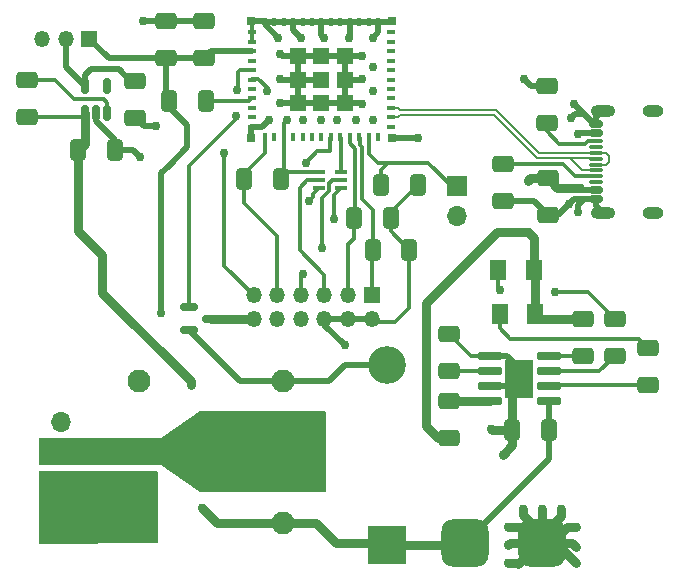
<source format=gtl>
G04 #@! TF.GenerationSoftware,KiCad,Pcbnew,8.0.8*
G04 #@! TF.CreationDate,2025-07-04T19:36:45+02:00*
G04 #@! TF.ProjectId,LaunchControl,4c61756e-6368-4436-9f6e-74726f6c2e6b,rev?*
G04 #@! TF.SameCoordinates,Original*
G04 #@! TF.FileFunction,Copper,L1,Top*
G04 #@! TF.FilePolarity,Positive*
%FSLAX46Y46*%
G04 Gerber Fmt 4.6, Leading zero omitted, Abs format (unit mm)*
G04 Created by KiCad (PCBNEW 8.0.8) date 2025-07-04 19:36:45*
%MOMM*%
%LPD*%
G01*
G04 APERTURE LIST*
G04 Aperture macros list*
%AMRoundRect*
0 Rectangle with rounded corners*
0 $1 Rounding radius*
0 $2 $3 $4 $5 $6 $7 $8 $9 X,Y pos of 4 corners*
0 Add a 4 corners polygon primitive as box body*
4,1,4,$2,$3,$4,$5,$6,$7,$8,$9,$2,$3,0*
0 Add four circle primitives for the rounded corners*
1,1,$1+$1,$2,$3*
1,1,$1+$1,$4,$5*
1,1,$1+$1,$6,$7*
1,1,$1+$1,$8,$9*
0 Add four rect primitives between the rounded corners*
20,1,$1+$1,$2,$3,$4,$5,0*
20,1,$1+$1,$4,$5,$6,$7,0*
20,1,$1+$1,$6,$7,$8,$9,0*
20,1,$1+$1,$8,$9,$2,$3,0*%
G04 Aperture macros list end*
G04 #@! TA.AperFunction,SMDPad,CuDef*
%ADD10RoundRect,0.250000X-0.650000X0.412500X-0.650000X-0.412500X0.650000X-0.412500X0.650000X0.412500X0*%
G04 #@! TD*
G04 #@! TA.AperFunction,SMDPad,CuDef*
%ADD11RoundRect,0.150000X0.425000X-0.150000X0.425000X0.150000X-0.425000X0.150000X-0.425000X-0.150000X0*%
G04 #@! TD*
G04 #@! TA.AperFunction,SMDPad,CuDef*
%ADD12RoundRect,0.075000X0.500000X-0.075000X0.500000X0.075000X-0.500000X0.075000X-0.500000X-0.075000X0*%
G04 #@! TD*
G04 #@! TA.AperFunction,HeatsinkPad*
%ADD13O,2.100000X1.000000*%
G04 #@! TD*
G04 #@! TA.AperFunction,HeatsinkPad*
%ADD14O,1.800000X1.000000*%
G04 #@! TD*
G04 #@! TA.AperFunction,SMDPad,CuDef*
%ADD15RoundRect,0.075000X-0.910000X-0.225000X0.910000X-0.225000X0.910000X0.225000X-0.910000X0.225000X0*%
G04 #@! TD*
G04 #@! TA.AperFunction,SMDPad,CuDef*
%ADD16R,2.413000X3.302000*%
G04 #@! TD*
G04 #@! TA.AperFunction,ComponentPad*
%ADD17R,1.350000X1.350000*%
G04 #@! TD*
G04 #@! TA.AperFunction,ComponentPad*
%ADD18O,1.350000X1.350000*%
G04 #@! TD*
G04 #@! TA.AperFunction,ComponentPad*
%ADD19C,1.950000*%
G04 #@! TD*
G04 #@! TA.AperFunction,SMDPad,CuDef*
%ADD20RoundRect,0.250001X-0.462499X-0.624999X0.462499X-0.624999X0.462499X0.624999X-0.462499X0.624999X0*%
G04 #@! TD*
G04 #@! TA.AperFunction,SMDPad,CuDef*
%ADD21RoundRect,0.250000X-0.412500X-0.650000X0.412500X-0.650000X0.412500X0.650000X-0.412500X0.650000X0*%
G04 #@! TD*
G04 #@! TA.AperFunction,ComponentPad*
%ADD22R,3.200000X3.200000*%
G04 #@! TD*
G04 #@! TA.AperFunction,ComponentPad*
%ADD23O,3.200000X3.200000*%
G04 #@! TD*
G04 #@! TA.AperFunction,SMDPad,CuDef*
%ADD24RoundRect,0.150000X-0.587500X-0.150000X0.587500X-0.150000X0.587500X0.150000X-0.587500X0.150000X0*%
G04 #@! TD*
G04 #@! TA.AperFunction,SMDPad,CuDef*
%ADD25R,1.000000X0.400000*%
G04 #@! TD*
G04 #@! TA.AperFunction,SMDPad,CuDef*
%ADD26RoundRect,0.250000X0.650000X-0.412500X0.650000X0.412500X-0.650000X0.412500X-0.650000X-0.412500X0*%
G04 #@! TD*
G04 #@! TA.AperFunction,ComponentPad*
%ADD27R,1.700000X1.700000*%
G04 #@! TD*
G04 #@! TA.AperFunction,ComponentPad*
%ADD28O,1.700000X1.700000*%
G04 #@! TD*
G04 #@! TA.AperFunction,SMDPad,CuDef*
%ADD29R,0.800000X0.400000*%
G04 #@! TD*
G04 #@! TA.AperFunction,SMDPad,CuDef*
%ADD30R,0.400000X0.800000*%
G04 #@! TD*
G04 #@! TA.AperFunction,SMDPad,CuDef*
%ADD31R,1.450000X1.450000*%
G04 #@! TD*
G04 #@! TA.AperFunction,SMDPad,CuDef*
%ADD32R,0.700000X0.700000*%
G04 #@! TD*
G04 #@! TA.AperFunction,SMDPad,CuDef*
%ADD33RoundRect,0.250000X0.412500X0.650000X-0.412500X0.650000X-0.412500X-0.650000X0.412500X-0.650000X0*%
G04 #@! TD*
G04 #@! TA.AperFunction,SMDPad,CuDef*
%ADD34RoundRect,1.000000X-1.000000X1.000000X-1.000000X-1.000000X1.000000X-1.000000X1.000000X1.000000X0*%
G04 #@! TD*
G04 #@! TA.AperFunction,SMDPad,CuDef*
%ADD35RoundRect,0.150000X0.150000X-0.512500X0.150000X0.512500X-0.150000X0.512500X-0.150000X-0.512500X0*%
G04 #@! TD*
G04 #@! TA.AperFunction,ViaPad*
%ADD36C,0.762000*%
G04 #@! TD*
G04 #@! TA.AperFunction,Conductor*
%ADD37C,0.500000*%
G04 #@! TD*
G04 #@! TA.AperFunction,Conductor*
%ADD38C,0.800000*%
G04 #@! TD*
G04 #@! TA.AperFunction,Conductor*
%ADD39C,0.300000*%
G04 #@! TD*
G04 #@! TA.AperFunction,Conductor*
%ADD40C,0.203200*%
G04 #@! TD*
G04 APERTURE END LIST*
D10*
G04 #@! TO.P,R6,1*
G04 #@! TO.N,GND*
X149025000Y-67495000D03*
G04 #@! TO.P,R6,2*
G04 #@! TO.N,Net-(U2-PROG)*
X149025000Y-70620000D03*
G04 #@! TD*
D11*
G04 #@! TO.P,J6,A1,GND*
G04 #@! TO.N,GND*
X161520000Y-56100000D03*
G04 #@! TO.P,J6,A4,VBUS*
G04 #@! TO.N,+5V*
X161520000Y-55300000D03*
D12*
G04 #@! TO.P,J6,A5,CC1*
G04 #@! TO.N,Net-(J6-CC1)*
X161520001Y-54150000D03*
G04 #@! TO.P,J6,A6,D+*
G04 #@! TO.N,/USB_DP*
X161520000Y-53150000D03*
G04 #@! TO.P,J6,A7,D-*
G04 #@! TO.N,/USB_DN*
X161520000Y-52650000D03*
G04 #@! TO.P,J6,A8,SBU1*
G04 #@! TO.N,unconnected-(J6-SBU1-PadA8)*
X161520001Y-51650000D03*
D11*
G04 #@! TO.P,J6,A9,VBUS*
G04 #@! TO.N,+5V*
X161520000Y-50500000D03*
G04 #@! TO.P,J6,A12,GND*
G04 #@! TO.N,GND*
X161520000Y-49700000D03*
G04 #@! TO.P,J6,B1,GND*
X161520000Y-49700000D03*
G04 #@! TO.P,J6,B4,VBUS*
G04 #@! TO.N,+5V*
X161520000Y-50500000D03*
D12*
G04 #@! TO.P,J6,B5,CC2*
G04 #@! TO.N,Net-(J6-CC2)*
X161520000Y-51150000D03*
G04 #@! TO.P,J6,B6,D+*
G04 #@! TO.N,/USB_DP*
X161520000Y-52150000D03*
G04 #@! TO.P,J6,B7,D-*
G04 #@! TO.N,/USB_DN*
X161520000Y-53650000D03*
G04 #@! TO.P,J6,B8,SBU2*
G04 #@! TO.N,unconnected-(J6-SBU2-PadB8)*
X161520000Y-54650000D03*
D11*
G04 #@! TO.P,J6,B9,VBUS*
G04 #@! TO.N,+5V*
X161520000Y-55300000D03*
G04 #@! TO.P,J6,B12,GND*
G04 #@! TO.N,GND*
X161520000Y-56100000D03*
D13*
G04 #@! TO.P,J6,S1,SHIELD*
X162095000Y-57220000D03*
D14*
X166275000Y-57220000D03*
D13*
X162095000Y-48580000D03*
D14*
X166275000Y-48580000D03*
G04 #@! TD*
D10*
G04 #@! TO.P,R3,1*
G04 #@! TO.N,Net-(U2-VCC)*
X149025000Y-73195000D03*
G04 #@! TO.P,R3,2*
G04 #@! TO.N,+5V*
X149025000Y-76320000D03*
G04 #@! TD*
D15*
G04 #@! TO.P,U2,1,TEMP*
G04 #@! TO.N,GND*
X152525000Y-69395000D03*
G04 #@! TO.P,U2,2,PROG*
G04 #@! TO.N,Net-(U2-PROG)*
X152525000Y-70665000D03*
G04 #@! TO.P,U2,3,GND*
G04 #@! TO.N,GND*
X152525000Y-71935000D03*
G04 #@! TO.P,U2,4,VCC*
G04 #@! TO.N,Net-(U2-VCC)*
X152525000Y-73205000D03*
G04 #@! TO.P,U2,5,BAT*
G04 #@! TO.N,VBATT+*
X157475000Y-73205000D03*
G04 #@! TO.P,U2,6,~{STDBY}*
G04 #@! TO.N,Net-(U2-~{STDBY})*
X157475000Y-71935000D03*
G04 #@! TO.P,U2,7,~{CHRG}*
G04 #@! TO.N,Net-(U2-~{CHRG})*
X157475000Y-70665000D03*
G04 #@! TO.P,U2,8,CE*
G04 #@! TO.N,Net-(U2-CE)*
X157475000Y-69395000D03*
D16*
G04 #@! TO.P,U2,9,EP*
G04 #@! TO.N,GND*
X155000000Y-71300000D03*
G04 #@! TD*
D17*
G04 #@! TO.P,J1,1,Pin_1*
G04 #@! TO.N,/I2C_SCL*
X142500000Y-64200000D03*
D18*
G04 #@! TO.P,J1,2,Pin_2*
G04 #@! TO.N,+3.3V*
X142500000Y-66200001D03*
G04 #@! TO.P,J1,3,Pin_3*
G04 #@! TO.N,/I2C_SDA*
X140499999Y-64200000D03*
G04 #@! TO.P,J1,4,Pin_4*
G04 #@! TO.N,+3.3V*
X140500000Y-66200000D03*
G04 #@! TO.P,J1,5,Pin_5*
G04 #@! TO.N,/R_BASE*
X138500000Y-64200000D03*
G04 #@! TO.P,J1,6,Pin_6*
G04 #@! TO.N,+3.3V*
X138499999Y-66200000D03*
G04 #@! TO.P,J1,7,Pin_7*
G04 #@! TO.N,/G_BASE*
X136500000Y-64200000D03*
G04 #@! TO.P,J1,8,Pin_8*
G04 #@! TO.N,GND*
X136500000Y-66200000D03*
G04 #@! TO.P,J1,9,Pin_9*
G04 #@! TO.N,/PUSH*
X134500000Y-64200000D03*
G04 #@! TO.P,J1,10,Pin_10*
G04 #@! TO.N,GND*
X134500000Y-66200000D03*
G04 #@! TO.P,J1,11,Pin_11*
G04 #@! TO.N,/iButton*
X132500000Y-64200000D03*
G04 #@! TO.P,J1,12,Pin_12*
G04 #@! TO.N,GND*
X132500000Y-66200000D03*
G04 #@! TD*
D17*
G04 #@! TO.P,SW1,1,A*
G04 #@! TO.N,+3.3V*
X118600000Y-42500000D03*
D18*
G04 #@! TO.P,SW1,2,B*
G04 #@! TO.N,Net-(SW1-B)*
X116599999Y-42500000D03*
G04 #@! TO.P,SW1,3,C*
G04 #@! TO.N,unconnected-(SW1-C-Pad3)*
X114600000Y-42500000D03*
G04 #@! TD*
D10*
G04 #@! TO.P,R13,1*
G04 #@! TO.N,Net-(J6-CC1)*
X153600000Y-53110000D03*
G04 #@! TO.P,R13,2*
G04 #@! TO.N,GND*
X153600000Y-56235000D03*
G04 #@! TD*
D19*
G04 #@! TO.P,K1,1,COIL_1*
G04 #@! TO.N,Net-(D3-A)*
X135000000Y-71500001D03*
G04 #@! TO.P,K1,2,NO*
G04 #@! TO.N,GND*
X122800000Y-71500001D03*
G04 #@! TO.P,K1,3,COM_1*
G04 #@! TO.N,Net-(J5-Pin_1)*
X122800000Y-83500001D03*
G04 #@! TO.P,K1,4,COIL_2*
G04 #@! TO.N,VBATT+*
X135000000Y-83500000D03*
G04 #@! TO.P,K1,5,COM_2*
G04 #@! TO.N,Net-(J5-Pin_2)*
X137000000Y-77500001D03*
G04 #@! TD*
D20*
G04 #@! TO.P,D2,1,K*
G04 #@! TO.N,Net-(D2-K)*
X153225000Y-62100000D03*
G04 #@! TO.P,D2,2,A*
G04 #@! TO.N,+5V*
X156200000Y-62100000D03*
G04 #@! TD*
D21*
G04 #@! TO.P,R11,1*
G04 #@! TO.N,/I2C_SCL*
X142575000Y-60400000D03*
G04 #@! TO.P,R11,2*
G04 #@! TO.N,+3.3V*
X145700000Y-60400000D03*
G04 #@! TD*
D22*
G04 #@! TO.P,D3,1,K*
G04 #@! TO.N,VBATT+*
X143800000Y-85400000D03*
D23*
G04 #@! TO.P,D3,2,A*
G04 #@! TO.N,Net-(D3-A)*
X143800000Y-70160000D03*
G04 #@! TD*
D21*
G04 #@! TO.P,R12,1*
G04 #@! TO.N,/I2C_SDA*
X140975000Y-57700000D03*
G04 #@! TO.P,R12,2*
G04 #@! TO.N,+3.3V*
X144100000Y-57700000D03*
G04 #@! TD*
G04 #@! TO.P,R9,1*
G04 #@! TO.N,/PUSH*
X131675000Y-54400000D03*
G04 #@! TO.P,R9,2*
G04 #@! TO.N,GND*
X134800000Y-54400000D03*
G04 #@! TD*
D24*
G04 #@! TO.P,Q1,1,G*
G04 #@! TO.N,/Relay*
X127024999Y-65250000D03*
G04 #@! TO.P,Q1,2,S*
G04 #@! TO.N,Net-(D3-A)*
X127024999Y-67150000D03*
G04 #@! TO.P,Q1,3,D*
G04 #@! TO.N,GND*
X128900000Y-66200000D03*
G04 #@! TD*
D25*
G04 #@! TO.P,IC2,1,E2*
G04 #@! TO.N,GND*
X139900000Y-55100000D03*
G04 #@! TO.P,IC2,2,B2*
G04 #@! TO.N,/G_BASE*
X139899999Y-54450000D03*
G04 #@! TO.P,IC2,3,C1*
G04 #@! TO.N,/RED_LED*
X139900000Y-53800000D03*
G04 #@! TO.P,IC2,4,E1*
G04 #@! TO.N,GND*
X138000000Y-53800000D03*
G04 #@! TO.P,IC2,5,B1*
G04 #@! TO.N,/R_BASE*
X138000001Y-54450000D03*
G04 #@! TO.P,IC2,6,C2*
G04 #@! TO.N,/GREEN_LED*
X138000000Y-55100000D03*
G04 #@! TD*
D10*
G04 #@! TO.P,C6,1*
G04 #@! TO.N,+5V*
X157405000Y-54310000D03*
G04 #@! TO.P,C6,2*
G04 #@! TO.N,GND*
X157405000Y-57435000D03*
G04 #@! TD*
D21*
G04 #@! TO.P,C4,1*
G04 #@! TO.N,VBATT+*
X117675000Y-51900000D03*
G04 #@! TO.P,C4,2*
G04 #@! TO.N,GND*
X120800000Y-51900000D03*
G04 #@! TD*
D26*
G04 #@! TO.P,R2,1*
G04 #@! TO.N,Net-(U2-CE)*
X160400000Y-69325000D03*
G04 #@! TO.P,R2,2*
G04 #@! TO.N,+5V*
X160400000Y-66200000D03*
G04 #@! TD*
D27*
G04 #@! TO.P,J2,1,Pin_1*
G04 #@! TO.N,Net-(IC1-IO9)*
X149700000Y-54960000D03*
D28*
G04 #@! TO.P,J2,2,Pin_2*
G04 #@! TO.N,GND*
X149700000Y-57500000D03*
G04 #@! TD*
D29*
G04 #@! TO.P,IC1,1,GND_1*
G04 #@! TO.N,GND*
X132350000Y-41950000D03*
G04 #@! TO.P,IC1,2,GND_2*
X132350000Y-42750000D03*
G04 #@! TO.P,IC1,3,3V3*
G04 #@! TO.N,+3.3V*
X132350000Y-43550000D03*
G04 #@! TO.P,IC1,4,NC_1*
G04 #@! TO.N,unconnected-(IC1-NC_1-Pad4)*
X132350000Y-44350000D03*
G04 #@! TO.P,IC1,5,IO2*
G04 #@! TO.N,/Relay*
X132350000Y-45150000D03*
G04 #@! TO.P,IC1,6,IO3*
G04 #@! TO.N,/iButton*
X132350000Y-45950000D03*
G04 #@! TO.P,IC1,7,NC_2*
G04 #@! TO.N,unconnected-(IC1-NC_2-Pad7)*
X132350000Y-46750000D03*
G04 #@! TO.P,IC1,8,EN*
G04 #@! TO.N,Net-(IC1-EN)*
X132350000Y-47550000D03*
G04 #@! TO.P,IC1,9,NC_3*
G04 #@! TO.N,unconnected-(IC1-NC_3-Pad9)*
X132350000Y-48350000D03*
G04 #@! TO.P,IC1,10,NC_4*
G04 #@! TO.N,unconnected-(IC1-NC_4-Pad10)*
X132350000Y-49150000D03*
G04 #@! TO.P,IC1,11,GND_3*
G04 #@! TO.N,GND*
X132350000Y-49950000D03*
D30*
G04 #@! TO.P,IC1,12,IO0*
G04 #@! TO.N,/PUSH*
X133450000Y-50850000D03*
G04 #@! TO.P,IC1,13,IO1*
G04 #@! TO.N,unconnected-(IC1-IO1-Pad13)*
X134250000Y-50850000D03*
G04 #@! TO.P,IC1,14,GND_4*
G04 #@! TO.N,GND*
X135050000Y-50850000D03*
G04 #@! TO.P,IC1,15,NC_5*
G04 #@! TO.N,unconnected-(IC1-NC_5-Pad15)*
X135850000Y-50850000D03*
G04 #@! TO.P,IC1,16,IO10*
G04 #@! TO.N,unconnected-(IC1-IO10-Pad16)*
X136650000Y-50850000D03*
G04 #@! TO.P,IC1,17,NC_6*
G04 #@! TO.N,unconnected-(IC1-NC_6-Pad17)*
X137450000Y-50850000D03*
G04 #@! TO.P,IC1,18,IO4*
G04 #@! TO.N,unconnected-(IC1-IO4-Pad18)*
X138250000Y-50850000D03*
G04 #@! TO.P,IC1,19,IO5*
G04 #@! TO.N,/GREEN_LED*
X139050000Y-50850000D03*
G04 #@! TO.P,IC1,20,IO6*
G04 #@! TO.N,/RED_LED*
X139850000Y-50850000D03*
G04 #@! TO.P,IC1,21,IO7*
G04 #@! TO.N,/I2C_SDA*
X140650000Y-50850000D03*
G04 #@! TO.P,IC1,22,IO8*
G04 #@! TO.N,/I2C_SCL*
X141450000Y-50850000D03*
G04 #@! TO.P,IC1,23,IO9*
G04 #@! TO.N,Net-(IC1-IO9)*
X142250000Y-50850000D03*
G04 #@! TO.P,IC1,24,NC_7*
G04 #@! TO.N,unconnected-(IC1-NC_7-Pad24)*
X143050000Y-50850000D03*
D29*
G04 #@! TO.P,IC1,25,NC_8*
G04 #@! TO.N,unconnected-(IC1-NC_8-Pad25)*
X144150000Y-49950000D03*
G04 #@! TO.P,IC1,26,IO18*
G04 #@! TO.N,/USB_DN*
X144150000Y-49150000D03*
G04 #@! TO.P,IC1,27,IO19*
G04 #@! TO.N,/USB_DP*
X144150000Y-48350000D03*
G04 #@! TO.P,IC1,28,NC_9*
G04 #@! TO.N,unconnected-(IC1-NC_9-Pad28)*
X144150000Y-47550000D03*
G04 #@! TO.P,IC1,29,NC_10*
G04 #@! TO.N,unconnected-(IC1-NC_10-Pad29)*
X144150000Y-46750000D03*
G04 #@! TO.P,IC1,30,RXD0*
G04 #@! TO.N,unconnected-(IC1-RXD0-Pad30)*
X144150000Y-45950000D03*
G04 #@! TO.P,IC1,31,TXD0*
G04 #@! TO.N,unconnected-(IC1-TXD0-Pad31)*
X144150000Y-45150000D03*
G04 #@! TO.P,IC1,32,NC_11*
G04 #@! TO.N,unconnected-(IC1-NC_11-Pad32)*
X144150000Y-44350000D03*
G04 #@! TO.P,IC1,33,NC_12*
G04 #@! TO.N,unconnected-(IC1-NC_12-Pad33)*
X144150000Y-43550000D03*
G04 #@! TO.P,IC1,34,NC_13*
G04 #@! TO.N,unconnected-(IC1-NC_13-Pad34)*
X144150000Y-42750000D03*
G04 #@! TO.P,IC1,35,NC_14*
G04 #@! TO.N,unconnected-(IC1-NC_14-Pad35)*
X144150000Y-41950000D03*
D30*
G04 #@! TO.P,IC1,36,GND_5*
G04 #@! TO.N,GND*
X143050000Y-41050000D03*
G04 #@! TO.P,IC1,37,GND_6*
X142250000Y-41050000D03*
G04 #@! TO.P,IC1,38,GND_7*
X141450000Y-41050000D03*
G04 #@! TO.P,IC1,39,GND_8*
X140650000Y-41050000D03*
G04 #@! TO.P,IC1,40,GND_9*
X139850000Y-41050000D03*
G04 #@! TO.P,IC1,41,GND_10*
X139050000Y-41050000D03*
G04 #@! TO.P,IC1,42,GND_11*
X138250000Y-41050000D03*
G04 #@! TO.P,IC1,43,GND_12*
X137450000Y-41050000D03*
G04 #@! TO.P,IC1,44,GND_13*
X136650000Y-41050000D03*
G04 #@! TO.P,IC1,45,GND_14*
X135850000Y-41050000D03*
G04 #@! TO.P,IC1,46,GND_15*
X135050000Y-41050000D03*
G04 #@! TO.P,IC1,47,GND_16*
X134250000Y-41050000D03*
G04 #@! TO.P,IC1,48,GND_17*
X133450000Y-41050000D03*
D31*
G04 #@! TO.P,IC1,49,GND_18*
X138250000Y-45950000D03*
G04 #@! TO.P,IC1,50,GND_19*
X140225000Y-43975000D03*
G04 #@! TO.P,IC1,51,GND_20*
X138250000Y-43975000D03*
G04 #@! TO.P,IC1,52,GND_21*
X136275000Y-43975000D03*
G04 #@! TO.P,IC1,53,GND_22*
X136275000Y-45950000D03*
G04 #@! TO.P,IC1,54,GND_23*
X136275000Y-47925000D03*
G04 #@! TO.P,IC1,55,GND_24*
X138250000Y-47925000D03*
G04 #@! TO.P,IC1,56,GND_25*
X140225000Y-47925000D03*
G04 #@! TO.P,IC1,57,GND_26*
X140225000Y-45950000D03*
D32*
G04 #@! TO.P,IC1,58,GND_27*
X132300000Y-41000000D03*
G04 #@! TO.P,IC1,59,GND_28*
X132300000Y-50900000D03*
G04 #@! TO.P,IC1,60,GND_29*
X144200000Y-50900000D03*
G04 #@! TO.P,IC1,61,GND_30*
X144200000Y-41000000D03*
G04 #@! TD*
D27*
G04 #@! TO.P,J5,1,Pin_1*
G04 #@! TO.N,Net-(J5-Pin_1)*
X116200000Y-80000000D03*
D28*
G04 #@! TO.P,J5,2,Pin_2*
G04 #@! TO.N,Net-(J5-Pin_2)*
X116200000Y-77460000D03*
G04 #@! TO.P,J5,3,Pin_3*
G04 #@! TO.N,unconnected-(J5-Pin_3-Pad3)*
X116200000Y-74920001D03*
G04 #@! TD*
D33*
G04 #@! TO.P,R5,1*
G04 #@! TO.N,Net-(IC1-EN)*
X128500000Y-47800000D03*
G04 #@! TO.P,R5,2*
G04 #@! TO.N,+3.3V*
X125375000Y-47800000D03*
G04 #@! TD*
D21*
G04 #@! TO.P,R10,1*
G04 #@! TO.N,Net-(IC1-IO9)*
X143275000Y-54900000D03*
G04 #@! TO.P,R10,2*
G04 #@! TO.N,+3.3V*
X146400000Y-54900000D03*
G04 #@! TD*
D34*
G04 #@! TO.P,J3,1,Pin_1*
G04 #@! TO.N,VBATT+*
X150400000Y-85200000D03*
G04 #@! TD*
D26*
G04 #@! TO.P,R4,1*
G04 #@! TO.N,Net-(U2-~{STDBY})*
X165900000Y-71825000D03*
G04 #@! TO.P,R4,2*
G04 #@! TO.N,Net-(D1-K)*
X165900000Y-68700000D03*
G04 #@! TD*
D10*
G04 #@! TO.P,R1,1*
G04 #@! TO.N,Net-(U1-EN)*
X113300000Y-45975000D03*
G04 #@! TO.P,R1,2*
G04 #@! TO.N,VBATT+*
X113300000Y-49100000D03*
G04 #@! TD*
D33*
G04 #@! TO.P,C1,1*
G04 #@! TO.N,VBATT+*
X157525000Y-75595000D03*
G04 #@! TO.P,C1,2*
G04 #@! TO.N,GND*
X154400000Y-75595000D03*
G04 #@! TD*
D26*
G04 #@! TO.P,C2,1*
G04 #@! TO.N,+3.3V*
X125100000Y-44125000D03*
G04 #@! TO.P,C2,2*
G04 #@! TO.N,GND*
X125100000Y-41000000D03*
G04 #@! TD*
D34*
G04 #@! TO.P,J4,1,Pin_1*
G04 #@! TO.N,GND*
X156900000Y-85200000D03*
G04 #@! TD*
D26*
G04 #@! TO.P,R7,1*
G04 #@! TO.N,Net-(U2-~{CHRG})*
X163100000Y-69325000D03*
G04 #@! TO.P,R7,2*
G04 #@! TO.N,Net-(D2-K)*
X163100000Y-66200000D03*
G04 #@! TD*
G04 #@! TO.P,C3,1*
G04 #@! TO.N,+3.3V*
X128300000Y-44125000D03*
G04 #@! TO.P,C3,2*
G04 #@! TO.N,GND*
X128300000Y-41000000D03*
G04 #@! TD*
D10*
G04 #@! TO.P,C5,1*
G04 #@! TO.N,Net-(SW1-B)*
X122500000Y-46075000D03*
G04 #@! TO.P,C5,2*
G04 #@! TO.N,GND*
X122500000Y-49200000D03*
G04 #@! TD*
D35*
G04 #@! TO.P,U1,1,VIN*
G04 #@! TO.N,VBATT+*
X118200002Y-48775000D03*
G04 #@! TO.P,U1,2,GND*
G04 #@! TO.N,GND*
X119150001Y-48775000D03*
G04 #@! TO.P,U1,3,EN*
G04 #@! TO.N,Net-(U1-EN)*
X120100000Y-48775000D03*
G04 #@! TO.P,U1,4,NC*
G04 #@! TO.N,unconnected-(U1-NC-Pad4)*
X120100000Y-46500000D03*
G04 #@! TO.P,U1,5,VOUT*
G04 #@! TO.N,Net-(SW1-B)*
X118200002Y-46500000D03*
G04 #@! TD*
D26*
G04 #@! TO.P,R14,1*
G04 #@! TO.N,Net-(J6-CC2)*
X157305000Y-49635000D03*
G04 #@! TO.P,R14,2*
G04 #@! TO.N,GND*
X157305000Y-46510000D03*
G04 #@! TD*
D20*
G04 #@! TO.P,D1,1,K*
G04 #@! TO.N,Net-(D1-K)*
X153325000Y-65800000D03*
G04 #@! TO.P,D1,2,A*
G04 #@! TO.N,+5V*
X156300000Y-65800000D03*
G04 #@! TD*
D36*
G04 #@! TO.N,GND*
X154000000Y-85400000D03*
X124200000Y-49900000D03*
X138200000Y-49400000D03*
X154000000Y-86900000D03*
X133800000Y-49400000D03*
X139600000Y-49400000D03*
X134700000Y-45900000D03*
X134600000Y-42400000D03*
X134700000Y-47900000D03*
X159800000Y-83800000D03*
X141200000Y-49400000D03*
X138500000Y-42400000D03*
X159400000Y-49200000D03*
X141700000Y-48000000D03*
X123100000Y-41000000D03*
X142600000Y-42400000D03*
X141700000Y-45900000D03*
X122900000Y-52500000D03*
X142600000Y-46900000D03*
X159800000Y-86900000D03*
X136500000Y-42400000D03*
X135300000Y-49400000D03*
X141700000Y-44000000D03*
X160000000Y-57200000D03*
X142600000Y-49400000D03*
X154000000Y-83800000D03*
X146400000Y-50900000D03*
X152600000Y-75500000D03*
X140600000Y-42400000D03*
X159200000Y-56500000D03*
X156900000Y-82300000D03*
X139300000Y-57800000D03*
X155300000Y-82300000D03*
X142600000Y-44900000D03*
X153600000Y-77700000D03*
X136700000Y-49400000D03*
X158500000Y-82300000D03*
X155400000Y-45900000D03*
X134700000Y-43800000D03*
X159800000Y-85500000D03*
X159600000Y-48000000D03*
G04 #@! TO.N,VBATT+*
X127200000Y-71800000D03*
X128100000Y-82200000D03*
G04 #@! TO.N,+3.3V*
X124700000Y-65700000D03*
X140200000Y-68400000D03*
G04 #@! TO.N,+5V*
X155700000Y-54500000D03*
X160100000Y-55100000D03*
X155700000Y-58900000D03*
X160000000Y-50600000D03*
G04 #@! TO.N,Net-(D2-K)*
X158000000Y-63900000D03*
X153400000Y-63800000D03*
G04 #@! TO.N,/iButton*
X133600000Y-46900000D03*
X130000000Y-52200000D03*
G04 #@! TO.N,/Relay*
X131100000Y-46800000D03*
X131000000Y-49000000D03*
G04 #@! TO.N,/GREEN_LED*
X137200000Y-56200000D03*
X136900000Y-53000000D03*
G04 #@! TO.N,/G_BASE*
X136700000Y-62400000D03*
X138300000Y-60200000D03*
G04 #@! TD*
D37*
G04 #@! TO.N,GND*
X156010000Y-46510000D02*
X155400000Y-45900000D01*
X142600000Y-42400000D02*
X143050000Y-41950000D01*
X138250000Y-45950000D02*
X136275000Y-45950000D01*
D38*
X156900000Y-85200000D02*
X154200000Y-85200000D01*
D37*
X161520000Y-49155000D02*
X162095000Y-48580000D01*
X143050000Y-41950000D02*
X143050000Y-41050000D01*
D39*
X135400000Y-53800000D02*
X134800000Y-54400000D01*
D38*
X157600000Y-85200000D02*
X159000000Y-83800000D01*
D37*
X159200000Y-56500000D02*
X159600000Y-56100000D01*
X141700000Y-44000000D02*
X141675000Y-43975000D01*
D38*
X154400000Y-75595000D02*
X152695000Y-75595000D01*
D37*
X133250000Y-49950000D02*
X133800000Y-49400000D01*
X154365000Y-71935000D02*
X155000000Y-71300000D01*
X134850000Y-45950000D02*
X134800000Y-45900000D01*
X128300000Y-41000000D02*
X125100000Y-41000000D01*
X153995000Y-69395000D02*
X155000000Y-70400000D01*
D38*
X158100000Y-85200000D02*
X159800000Y-86900000D01*
X156700000Y-85200000D02*
X154900000Y-87000000D01*
D37*
X153600000Y-56235000D02*
X156205000Y-56235000D01*
D38*
X155500000Y-83800000D02*
X154000000Y-83800000D01*
D37*
X155000000Y-70400000D02*
X155000000Y-71300000D01*
D39*
X135050000Y-50850000D02*
X135050000Y-49650000D01*
D37*
X140600000Y-42400000D02*
X140650000Y-42350000D01*
X161520000Y-56100000D02*
X161520000Y-56645000D01*
D39*
X139900000Y-55100000D02*
X139300000Y-55700000D01*
D38*
X156900000Y-85200000D02*
X155500000Y-83800000D01*
D39*
X138000000Y-53800000D02*
X135400000Y-53800000D01*
D37*
X120800000Y-51100000D02*
X120800000Y-51900000D01*
X156205000Y-56235000D02*
X157405000Y-57435000D01*
D39*
X135050000Y-54150000D02*
X135050000Y-50850000D01*
D38*
X152695000Y-75595000D02*
X152600000Y-75500000D01*
D37*
X161520000Y-56645000D02*
X162095000Y-57220000D01*
X140225000Y-47925000D02*
X140225000Y-45950000D01*
X123200000Y-49900000D02*
X124200000Y-49900000D01*
D38*
X156900000Y-84500000D02*
X158500000Y-82900000D01*
D37*
X132300000Y-50900000D02*
X132300000Y-50000000D01*
X140225000Y-47925000D02*
X136275000Y-47925000D01*
D38*
X156900000Y-85200000D02*
X156700000Y-85200000D01*
D37*
X136500000Y-42400000D02*
X135850000Y-41750000D01*
D38*
X156900000Y-85200000D02*
X157600000Y-85200000D01*
D37*
X160450000Y-48850000D02*
X161300000Y-49700000D01*
D38*
X154400000Y-75595000D02*
X154400000Y-76900000D01*
D37*
X132300000Y-41000000D02*
X133400000Y-41000000D01*
D38*
X154200000Y-85200000D02*
X154000000Y-85400000D01*
D37*
X136275000Y-43975000D02*
X138250000Y-43975000D01*
D39*
X150925000Y-69395000D02*
X152525000Y-69395000D01*
D38*
X154900000Y-87000000D02*
X154800000Y-86900000D01*
D37*
X159600000Y-56100000D02*
X160500000Y-56100000D01*
D39*
X132350000Y-41050000D02*
X132300000Y-41000000D01*
D37*
X138500000Y-42400000D02*
X138250000Y-42150000D01*
X140225000Y-43975000D02*
X140225000Y-45950000D01*
X133400000Y-41000000D02*
X133450000Y-41050000D01*
D39*
X135050000Y-49650000D02*
X135300000Y-49400000D01*
D37*
X133450000Y-41250000D02*
X133450000Y-41050000D01*
X159750000Y-48850000D02*
X159400000Y-49200000D01*
X119150001Y-48775000D02*
X119150001Y-49450001D01*
X132350000Y-49950000D02*
X133250000Y-49950000D01*
X157305000Y-46510000D02*
X156010000Y-46510000D01*
X132300000Y-50000000D02*
X132350000Y-49950000D01*
D38*
X156900000Y-85200000D02*
X156900000Y-84400000D01*
D37*
X140225000Y-45950000D02*
X141650000Y-45950000D01*
X161300000Y-49700000D02*
X161520000Y-49700000D01*
X119150001Y-49450001D02*
X120500000Y-50800000D01*
D39*
X132350000Y-42750000D02*
X132350000Y-41050000D01*
D37*
X134875000Y-43975000D02*
X134800000Y-43900000D01*
X158265000Y-57435000D02*
X157405000Y-57435000D01*
X141650000Y-45950000D02*
X141700000Y-45900000D01*
X138250000Y-42150000D02*
X138250000Y-41050000D01*
X140225000Y-47925000D02*
X141625000Y-47925000D01*
X135850000Y-41750000D02*
X135850000Y-41050000D01*
D38*
X156900000Y-85200000D02*
X159500000Y-85200000D01*
D37*
X122500000Y-49200000D02*
X123200000Y-49900000D01*
X136275000Y-47925000D02*
X134825000Y-47925000D01*
D38*
X156900000Y-84400000D02*
X155300000Y-82800000D01*
X156900000Y-85200000D02*
X156900000Y-84500000D01*
D37*
X144200000Y-50900000D02*
X146400000Y-50900000D01*
X144150000Y-41050000D02*
X144200000Y-41000000D01*
X136275000Y-43975000D02*
X134875000Y-43975000D01*
X161520000Y-49700000D02*
X161520000Y-49155000D01*
X141675000Y-43975000D02*
X140225000Y-43975000D01*
X120800000Y-51900000D02*
X122300000Y-51900000D01*
X120500000Y-50800000D02*
X120800000Y-51100000D01*
D38*
X154800000Y-86900000D02*
X154000000Y-86900000D01*
D37*
X141625000Y-47925000D02*
X141700000Y-48000000D01*
X134825000Y-47925000D02*
X134800000Y-47900000D01*
X125100000Y-41000000D02*
X123100000Y-41000000D01*
X136275000Y-45950000D02*
X134850000Y-45950000D01*
X140225000Y-43975000D02*
X138250000Y-43975000D01*
D38*
X155000000Y-71300000D02*
X154400000Y-71900000D01*
D39*
X139300000Y-55700000D02*
X139300000Y-57800000D01*
D38*
X158500000Y-82900000D02*
X158500000Y-82300000D01*
D37*
X160000000Y-57200000D02*
X160000000Y-56600000D01*
X160500000Y-56100000D02*
X161520000Y-56100000D01*
X122300000Y-51900000D02*
X122900000Y-52500000D01*
D38*
X156900000Y-85200000D02*
X156900000Y-82300000D01*
X159500000Y-85200000D02*
X159800000Y-85500000D01*
X159000000Y-83800000D02*
X159800000Y-83800000D01*
X155300000Y-82800000D02*
X155300000Y-82300000D01*
D37*
X152525000Y-69395000D02*
X153995000Y-69395000D01*
X152525000Y-71935000D02*
X154365000Y-71935000D01*
D38*
X154400000Y-71900000D02*
X154400000Y-75595000D01*
D37*
X160000000Y-56600000D02*
X160500000Y-56100000D01*
X160450000Y-48850000D02*
X159750000Y-48850000D01*
X159200000Y-56500000D02*
X158265000Y-57435000D01*
X134600000Y-42400000D02*
X133450000Y-41250000D01*
D39*
X149025000Y-67495000D02*
X150925000Y-69395000D01*
X134800000Y-54400000D02*
X135050000Y-54150000D01*
D37*
X133450000Y-41050000D02*
X144150000Y-41050000D01*
X140650000Y-42350000D02*
X140650000Y-41050000D01*
X136275000Y-47925000D02*
X136275000Y-43975000D01*
X159600000Y-48000000D02*
X160450000Y-48850000D01*
D38*
X128900000Y-66200000D02*
X132500000Y-66200000D01*
X156900000Y-85200000D02*
X158100000Y-85200000D01*
X154400000Y-76900000D02*
X153600000Y-77700000D01*
D37*
G04 #@! TO.N,VBATT+*
X150400000Y-85200000D02*
X157525000Y-78075000D01*
D38*
X119700000Y-64000000D02*
X127200000Y-71500000D01*
X143800000Y-85400000D02*
X150200000Y-85400000D01*
X119700000Y-60800000D02*
X119700000Y-64000000D01*
X137800000Y-83500000D02*
X139500000Y-85200000D01*
D37*
X157525000Y-78075000D02*
X157525000Y-75595000D01*
D38*
X150200000Y-85400000D02*
X150400000Y-85200000D01*
X139500000Y-85200000D02*
X143600000Y-85200000D01*
X117675000Y-58775000D02*
X119700000Y-60800000D01*
D37*
X157525000Y-75595000D02*
X157525000Y-73255000D01*
X157525000Y-73255000D02*
X157475000Y-73205000D01*
D38*
X135000000Y-83500000D02*
X137800000Y-83500000D01*
X133000000Y-83500000D02*
X135000000Y-83500000D01*
X133000000Y-83500000D02*
X129400000Y-83500000D01*
X118200002Y-48775000D02*
X118200002Y-51374998D01*
X118200002Y-51374998D02*
X117675000Y-51900000D01*
X127200000Y-71500000D02*
X127200000Y-71800000D01*
D39*
X117875002Y-49100000D02*
X118200002Y-48775000D01*
X113300000Y-49100000D02*
X117875002Y-49100000D01*
D38*
X117675000Y-51900000D02*
X117675000Y-58775000D01*
X143600000Y-85200000D02*
X143800000Y-85400000D01*
X129400000Y-83500000D02*
X128100000Y-82200000D01*
D37*
X143600000Y-85600000D02*
X143800000Y-85400000D01*
G04 #@! TO.N,+3.3V*
X125375000Y-48275000D02*
X126900000Y-49800000D01*
X120225000Y-44125000D02*
X125100000Y-44125000D01*
D39*
X144100000Y-58800000D02*
X145700000Y-60400000D01*
X144500000Y-66500000D02*
X142799999Y-66500000D01*
X146400000Y-54900000D02*
X144100000Y-57200000D01*
D37*
X126900000Y-49800000D02*
X126900000Y-51700000D01*
D39*
X144100000Y-57700000D02*
X144100000Y-58800000D01*
D37*
X125100000Y-44125000D02*
X125100000Y-47525000D01*
X140500001Y-66200001D02*
X140500000Y-66200000D01*
D39*
X145700000Y-65300000D02*
X144500000Y-66500000D01*
D37*
X126900000Y-51700000D02*
X125300000Y-53300000D01*
D39*
X142799999Y-66500000D02*
X142500000Y-66200001D01*
D37*
X138499999Y-66699999D02*
X138499999Y-66200000D01*
X128300000Y-44125000D02*
X125100000Y-44125000D01*
X140200000Y-68400000D02*
X138499999Y-66699999D01*
X118600000Y-42500000D02*
X120225000Y-44125000D01*
X140500000Y-66200000D02*
X138499999Y-66200000D01*
X142500000Y-66200001D02*
X140500001Y-66200001D01*
X125300000Y-53300000D02*
X124700000Y-53900000D01*
X125100000Y-47525000D02*
X125375000Y-47800000D01*
X124700000Y-53900000D02*
X124700000Y-65700000D01*
X125375000Y-47800000D02*
X125375000Y-48275000D01*
X128875000Y-43550000D02*
X128300000Y-44125000D01*
D39*
X144100000Y-57200000D02*
X144100000Y-57700000D01*
X145700000Y-60400000D02*
X145700000Y-65300000D01*
D37*
X132350000Y-43550000D02*
X128875000Y-43550000D01*
G04 #@! TO.N,Net-(SW1-B)*
X122500000Y-46075000D02*
X122075000Y-46075000D01*
X118200002Y-45599998D02*
X118200002Y-46500000D01*
X121100000Y-45100000D02*
X118700000Y-45100000D01*
X116599999Y-42500000D02*
X116599999Y-44899997D01*
X118700000Y-45100000D02*
X118200002Y-45599998D01*
X122075000Y-46075000D02*
X121100000Y-45100000D01*
X116599999Y-44899997D02*
X118200002Y-46500000D01*
D38*
G04 #@! TO.N,+5V*
X155700000Y-58900000D02*
X153100000Y-58900000D01*
X156200000Y-62100000D02*
X156200000Y-59800000D01*
X155890000Y-54310000D02*
X157405000Y-54310000D01*
X156300000Y-62200000D02*
X156300000Y-65800000D01*
X156200000Y-62100000D02*
X156300000Y-62200000D01*
D37*
X161520000Y-50500000D02*
X160100000Y-50500000D01*
D39*
X148180000Y-76320000D02*
X149025000Y-76320000D01*
D38*
X156700000Y-66200000D02*
X156300000Y-65800000D01*
X158195000Y-55100000D02*
X157405000Y-54310000D01*
X147100000Y-64900000D02*
X147100000Y-75300000D01*
X148120000Y-76320000D02*
X149025000Y-76320000D01*
X153100000Y-58900000D02*
X147100000Y-64900000D01*
D37*
X161520000Y-55300000D02*
X160300000Y-55300000D01*
D38*
X160400000Y-66200000D02*
X156700000Y-66200000D01*
D37*
X160300000Y-55300000D02*
X160100000Y-55100000D01*
D38*
X160100000Y-55100000D02*
X158195000Y-55100000D01*
D39*
X148150000Y-76350000D02*
X148180000Y-76320000D01*
D38*
X155700000Y-54500000D02*
X155890000Y-54310000D01*
D37*
X160100000Y-50500000D02*
X160000000Y-50600000D01*
D38*
X156200000Y-59800000D02*
X156200000Y-59400000D01*
X156200000Y-59400000D02*
X155700000Y-58900000D01*
X147100000Y-75300000D02*
X148120000Y-76320000D01*
D39*
G04 #@! TO.N,Net-(D1-K)*
X165100000Y-67900000D02*
X154200000Y-67900000D01*
X165900000Y-68700000D02*
X165100000Y-67900000D01*
X153325000Y-67025000D02*
X153325000Y-65800000D01*
X154200000Y-67900000D02*
X153325000Y-67025000D01*
G04 #@! TO.N,Net-(D2-K)*
X160800000Y-63900000D02*
X159500000Y-63900000D01*
X163100000Y-66200000D02*
X160800000Y-63900000D01*
X153400000Y-63800000D02*
X153225000Y-63625000D01*
X159500000Y-63900000D02*
X158000000Y-63900000D01*
X153225000Y-63625000D02*
X153225000Y-62100000D01*
D37*
G04 #@! TO.N,Net-(D3-A)*
X127024999Y-67150000D02*
X131375000Y-71500001D01*
X135000000Y-71500001D02*
X138899999Y-71500001D01*
X131375000Y-71500001D02*
X135000000Y-71500001D01*
X138899999Y-71500001D02*
X140240000Y-70160000D01*
X140240000Y-70160000D02*
X143800000Y-70160000D01*
D39*
G04 #@! TO.N,/PUSH*
X131675000Y-56375000D02*
X131675000Y-54400000D01*
X134500000Y-64200000D02*
X134500000Y-59200000D01*
X134500000Y-59200000D02*
X131675000Y-56375000D01*
X131675000Y-53925000D02*
X133450000Y-52150000D01*
X133450000Y-52150000D02*
X133450000Y-50850000D01*
X131675000Y-54400000D02*
X131675000Y-53925000D01*
D40*
G04 #@! TO.N,/USB_DP*
X161520000Y-52150000D02*
X162350000Y-52150000D01*
X162350000Y-53150000D02*
X161520000Y-53150000D01*
X162600000Y-52786975D02*
X162600000Y-52900000D01*
X162600000Y-52686694D02*
X162600000Y-52786975D01*
X162600000Y-52900000D02*
X162350000Y-53150000D01*
X162600000Y-52400000D02*
X162600000Y-52686694D01*
X144150000Y-48350000D02*
X144750001Y-48350000D01*
X144923401Y-48523400D02*
X153043862Y-48523400D01*
X144750001Y-48350000D02*
X144923401Y-48523400D01*
X161496600Y-52173400D02*
X161520000Y-52150000D01*
X153043862Y-48523400D02*
X156693862Y-52173400D01*
X162350000Y-52150000D02*
X162600000Y-52400000D01*
X156693862Y-52173400D02*
X161496600Y-52173400D01*
D39*
G04 #@! TO.N,/RED_LED*
X139900000Y-50900000D02*
X139850000Y-50850000D01*
X139900000Y-53800000D02*
X139900000Y-50900000D01*
D40*
G04 #@! TO.N,/USB_DN*
X161496600Y-52626600D02*
X161520000Y-52650000D01*
X160323400Y-53650000D02*
X161520000Y-53650000D01*
X160323400Y-53650000D02*
X159300000Y-52626600D01*
X144750001Y-49150000D02*
X144150000Y-49150000D01*
X152856138Y-48976600D02*
X144923401Y-48976600D01*
X159300000Y-52626600D02*
X161496600Y-52626600D01*
X156506138Y-52626600D02*
X152856138Y-48976600D01*
X159300000Y-52626600D02*
X156506138Y-52626600D01*
X144923401Y-48976600D02*
X144750001Y-49150000D01*
D39*
G04 #@! TO.N,Net-(IC1-IO9)*
X149260000Y-54960000D02*
X147300000Y-53000000D01*
X149700000Y-54960000D02*
X149260000Y-54960000D01*
X143275000Y-54900000D02*
X143275000Y-53625000D01*
X143900000Y-53000000D02*
X143000000Y-53000000D01*
X147300000Y-53000000D02*
X143900000Y-53000000D01*
X143000000Y-53000000D02*
X142250000Y-52250000D01*
X143275000Y-53625000D02*
X143900000Y-53000000D01*
X142250000Y-52250000D02*
X142250000Y-50850000D01*
G04 #@! TO.N,/iButton*
X132350000Y-45950000D02*
X132400000Y-45900000D01*
X132500000Y-64200000D02*
X130000000Y-61700000D01*
X132400000Y-45900000D02*
X132900000Y-45900000D01*
X133600000Y-46600000D02*
X133600000Y-46900000D01*
X132900000Y-45900000D02*
X133600000Y-46600000D01*
X130000000Y-61700000D02*
X130000000Y-52200000D01*
G04 #@! TO.N,/Relay*
X131350000Y-45150000D02*
X131200000Y-45300000D01*
X127024999Y-65250000D02*
X127024999Y-53275001D01*
X131000000Y-49300000D02*
X131000000Y-49000000D01*
X132350000Y-45150000D02*
X131350000Y-45150000D01*
X131200000Y-45300000D02*
X131200000Y-46700000D01*
X127024999Y-53275001D02*
X130800000Y-49500000D01*
X131200000Y-46700000D02*
X131100000Y-46800000D01*
X130800000Y-49500000D02*
X131000000Y-49300000D01*
G04 #@! TO.N,/I2C_SCL*
X142500000Y-64200000D02*
X142500000Y-60475000D01*
X141700000Y-56100000D02*
X141700000Y-51700000D01*
X141500000Y-50900000D02*
X141450000Y-50850000D01*
X142500000Y-60475000D02*
X142575000Y-60400000D01*
X141700000Y-51700000D02*
X141500000Y-51500000D01*
X142575000Y-60400000D02*
X142575000Y-56975000D01*
X141500000Y-51500000D02*
X141500000Y-50900000D01*
X142575000Y-56975000D02*
X141700000Y-56100000D01*
G04 #@! TO.N,/GREEN_LED*
X139000000Y-52000000D02*
X137900000Y-52000000D01*
X137200000Y-56200000D02*
X137500000Y-55900000D01*
X139050000Y-50850000D02*
X139000000Y-50900000D01*
X137500000Y-55600000D02*
X138000000Y-55100000D01*
X137500000Y-55900000D02*
X137500000Y-55600000D01*
X139000000Y-50900000D02*
X139000000Y-52000000D01*
X137900000Y-52000000D02*
X136900000Y-53000000D01*
G04 #@! TO.N,/I2C_SDA*
X141100000Y-51800000D02*
X141100000Y-57575000D01*
X141100000Y-57575000D02*
X140975000Y-57700000D01*
X140975000Y-57700000D02*
X140975000Y-59425000D01*
X140500000Y-64199999D02*
X140499999Y-64200000D01*
X140975000Y-59425000D02*
X140500000Y-59900000D01*
X140650000Y-51350000D02*
X141100000Y-51800000D01*
X140500000Y-59900000D02*
X140500000Y-64199999D01*
X140650000Y-50850000D02*
X140650000Y-51350000D01*
G04 #@! TO.N,Net-(IC1-EN)*
X132350000Y-47550000D02*
X132100000Y-47800000D01*
X132100000Y-47800000D02*
X128500000Y-47800000D01*
G04 #@! TO.N,/R_BASE*
X138500000Y-62500000D02*
X138500000Y-64200000D01*
X136400000Y-55100000D02*
X136400000Y-60400000D01*
X136400000Y-60400000D02*
X138500000Y-62500000D01*
X137050000Y-54450000D02*
X136400000Y-55100000D01*
X138000001Y-54450000D02*
X137050000Y-54450000D01*
G04 #@! TO.N,/G_BASE*
X139150000Y-54450000D02*
X139100000Y-54500000D01*
X138300000Y-56000000D02*
X138300000Y-60200000D01*
X136500000Y-62600000D02*
X136700000Y-62400000D01*
X139899999Y-54450000D02*
X139150000Y-54450000D01*
X136500000Y-64200000D02*
X136500000Y-62600000D01*
X138900000Y-55400000D02*
X138300000Y-56000000D01*
X139100000Y-54500000D02*
X138900000Y-54700000D01*
X138900000Y-54700000D02*
X138900000Y-55400000D01*
G04 #@! TO.N,Net-(J6-CC1)*
X161520001Y-54150000D02*
X159750000Y-54150000D01*
X159750000Y-54150000D02*
X158710000Y-53110000D01*
X158710000Y-53110000D02*
X154005000Y-53110000D01*
G04 #@! TO.N,Net-(J6-CC2)*
X158400000Y-51400000D02*
X157305000Y-50305000D01*
X161520000Y-51150000D02*
X160841881Y-51150000D01*
X160591881Y-51400000D02*
X158400000Y-51400000D01*
X157305000Y-50305000D02*
X157305000Y-49635000D01*
X160841881Y-51150000D02*
X160591881Y-51400000D01*
G04 #@! TO.N,Net-(U1-EN)*
X119800000Y-47600000D02*
X120100000Y-47900000D01*
X120100000Y-47900000D02*
X120100000Y-48775000D01*
X113300000Y-45975000D02*
X115675000Y-45975000D01*
X117300000Y-47600000D02*
X119800000Y-47600000D01*
X115675000Y-45975000D02*
X117300000Y-47600000D01*
G04 #@! TO.N,Net-(U2-CE)*
X157475000Y-69395000D02*
X160330000Y-69395000D01*
X160330000Y-69395000D02*
X160400000Y-69325000D01*
D38*
G04 #@! TO.N,Net-(U2-VCC)*
X152515000Y-73195000D02*
X152525000Y-73205000D01*
X149025000Y-73195000D02*
X152515000Y-73195000D01*
D39*
G04 #@! TO.N,Net-(U2-~{STDBY})*
X165100000Y-71825000D02*
X157585000Y-71825000D01*
X157585000Y-71825000D02*
X157475000Y-71935000D01*
G04 #@! TO.N,Net-(U2-PROG)*
X149025000Y-70620000D02*
X152480000Y-70620000D01*
X152480000Y-70620000D02*
X152525000Y-70665000D01*
G04 #@! TO.N,Net-(U2-~{CHRG})*
X157475000Y-70665000D02*
X161760000Y-70665000D01*
X161760000Y-70665000D02*
X163100000Y-69325000D01*
G04 #@! TD*
G04 #@! TA.AperFunction,Conductor*
G04 #@! TO.N,Net-(J5-Pin_2)*
G36*
X138543039Y-74019685D02*
G01*
X138588794Y-74072489D01*
X138600000Y-74124000D01*
X138600000Y-80776000D01*
X138580315Y-80843039D01*
X138527511Y-80888794D01*
X138476000Y-80900000D01*
X128038948Y-80900000D01*
X127971909Y-80880315D01*
X127968046Y-80877729D01*
X124700002Y-78600001D01*
X124700000Y-78600000D01*
X124699999Y-78600000D01*
X114424000Y-78600000D01*
X114356961Y-78580315D01*
X114311206Y-78527511D01*
X114300000Y-78476000D01*
X114300000Y-76424000D01*
X114319685Y-76356961D01*
X114372489Y-76311206D01*
X114424000Y-76300000D01*
X124699999Y-76300000D01*
X124700000Y-76300000D01*
X127968046Y-74022271D01*
X128034300Y-74000087D01*
X128038948Y-74000000D01*
X138476000Y-74000000D01*
X138543039Y-74019685D01*
G37*
G04 #@! TD.AperFunction*
G04 #@! TD*
G04 #@! TA.AperFunction,Conductor*
G04 #@! TO.N,Net-(J5-Pin_1)*
G36*
X124343039Y-79125185D02*
G01*
X124388794Y-79177989D01*
X124400000Y-79229500D01*
X124400000Y-85077221D01*
X124380315Y-85144260D01*
X124327511Y-85190015D01*
X124277228Y-85201215D01*
X114425228Y-85298760D01*
X114357997Y-85279740D01*
X114311721Y-85227392D01*
X114300000Y-85174766D01*
X114300000Y-79229500D01*
X114319685Y-79162461D01*
X114372489Y-79116706D01*
X114424000Y-79105500D01*
X124276000Y-79105500D01*
X124343039Y-79125185D01*
G37*
G04 #@! TD.AperFunction*
G04 #@! TD*
M02*

</source>
